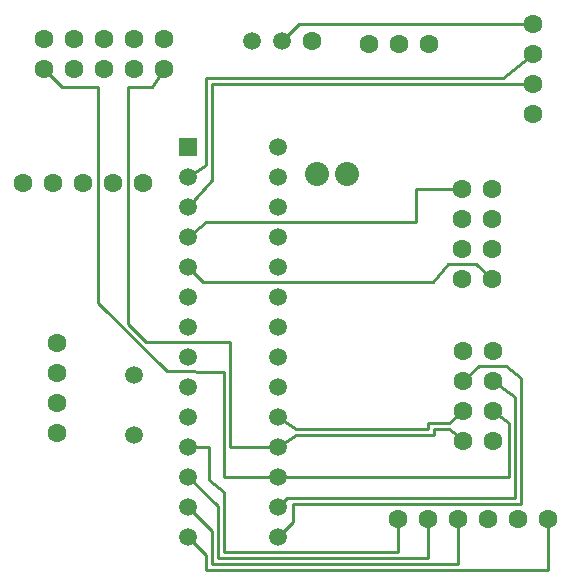
<source format=gbl>
G04 Layer: BottomLayer*
G04 EasyEDA v5.9.42, Fri, 19 Apr 2019 11:27:39 GMT*
G04 62b01817c26747bfa47cc5f7c73cc831*
G04 Gerber Generator version 0.2*
G04 Scale: 100 percent, Rotated: No, Reflected: No *
G04 Dimensions in millimeters *
G04 leading zeros omitted , absolute positions ,3 integer and 3 decimal *
%FSLAX33Y33*%
%MOMM*%
G90*
G71D02*

%ADD10C,0.254000*%
%ADD11C,2.032000*%
%ADD12C,1.499997*%
%ADD13R,1.499997X1.499997*%
%ADD14C,1.599997*%

%LPD*%
G54D10*
G01X16510Y33743D02*
G01X18034Y34759D01*
G01X18034Y42125D01*
G01X43180Y42120D01*
G01X45707Y44152D01*
G01X16510Y31203D02*
G01X18542Y33489D01*
G01X18542Y41617D01*
G01X45707Y41617D01*
G01X24130Y3263D02*
G01X25400Y4533D01*
G01X25400Y6057D01*
G01X44704Y6050D01*
G01X44704Y16652D01*
G01X43434Y17741D01*
G01X41148Y17741D01*
G01X39756Y16469D01*
G01X39756Y13929D02*
G01X38608Y12915D01*
G01X36830Y12915D01*
G01X36830Y12407D01*
G01X25654Y12407D01*
G01X24130Y13423D01*
G01X42296Y13929D02*
G01X43688Y12915D01*
G01X43688Y8343D01*
G01X24130Y8343D01*
G01X39756Y11389D02*
G01X40223Y11219D01*
G01X38608Y12407D01*
G01X37338Y12407D01*
G01X37338Y11899D01*
G01X25654Y11899D01*
G01X24130Y10883D01*
G01X39674Y32725D02*
G01X35814Y32727D01*
G01X35814Y29933D01*
G01X18034Y29933D01*
G01X16510Y28663D01*
G01X42214Y25105D02*
G01X40894Y26377D01*
G01X38496Y26377D01*
G01X37287Y24856D01*
G01X17780Y24853D01*
G01X16510Y26123D01*
G01X16510Y8343D02*
G01X16510Y8343D01*
G01X19050Y5854D01*
G01X19050Y1485D01*
G01X36830Y1485D01*
G01X36830Y4787D01*
G01X16510Y5803D02*
G01X18542Y3771D01*
G01X18542Y977D01*
G01X39370Y977D01*
G01X39370Y977D01*
G01X39370Y4787D01*
G01X16510Y3263D02*
G01X18034Y1739D01*
G01X18034Y469D01*
G01X46990Y469D01*
G01X46990Y4787D01*
G01X45707Y46691D02*
G01X25924Y46691D01*
G01X24442Y45209D01*
G01X42296Y16469D02*
G01X44196Y15067D01*
G01X44196Y6565D01*
G01X24892Y6565D01*
G01X24130Y5803D01*
G01X14478Y42880D02*
G01X13462Y41363D01*
G01X11430Y41363D01*
G01X11430Y21297D01*
G01X12954Y19773D01*
G01X20066Y19773D01*
G01X20066Y10883D01*
G01X24130Y10883D01*
G01X4318Y42880D02*
G01X5839Y41363D01*
G01X8890Y41363D01*
G01X8890Y23075D01*
G01X14721Y17244D01*
G01X19558Y17190D01*
G01X19558Y8343D01*
G01X24130Y8343D01*
G01X16510Y10883D02*
G01X18288Y10883D01*
G01X18288Y8089D01*
G01X19558Y7073D01*
G01X19558Y1993D01*
G01X34290Y1993D01*
G01X34290Y4787D01*
G54D11*
G01X29972Y33997D03*
G01X27391Y33997D03*
G54D12*
G01X11938Y16979D03*
G01X11938Y11899D03*
G01X24130Y3263D03*
G01X24130Y5803D03*
G01X24130Y8343D03*
G01X24130Y10883D03*
G01X24130Y13423D03*
G01X24130Y15963D03*
G01X24130Y18503D03*
G01X24130Y21043D03*
G01X24130Y23583D03*
G01X24130Y26123D03*
G01X24130Y28663D03*
G01X24130Y31203D03*
G01X24130Y33743D03*
G01X24130Y36283D03*
G01X16510Y3263D03*
G01X16510Y5803D03*
G01X16510Y8343D03*
G01X16510Y10883D03*
G01X16510Y13423D03*
G01X16510Y15963D03*
G01X16510Y18503D03*
G01X16510Y21043D03*
G01X16510Y23583D03*
G01X16510Y26123D03*
G01X16510Y28663D03*
G01X16510Y31203D03*
G01X16510Y33743D03*
G54D13*
G01X16510Y36283D03*
G54D14*
G01X45707Y41611D03*
G01X45707Y44151D03*
G01X45707Y39071D03*
G01X45707Y46691D03*
G01X39673Y30185D03*
G01X42213Y30185D03*
G01X39673Y27645D03*
G01X42213Y27645D03*
G01X39673Y25105D03*
G01X42213Y25105D03*
G01X39673Y32725D03*
G01X42213Y32725D03*
G01X39757Y16469D03*
G01X42297Y16469D03*
G01X39757Y13929D03*
G01X42297Y13929D03*
G01X39757Y11389D03*
G01X42297Y11389D03*
G01X39757Y19009D03*
G01X42297Y19009D03*
G01X26982Y45209D03*
G54D12*
G01X21902Y45209D03*
G01X24442Y45209D03*
G54D14*
G01X31865Y44955D03*
G01X34405Y44955D03*
G01X36945Y44955D03*
G01X5080Y33235D03*
G01X7620Y33235D03*
G01X10160Y33235D03*
G01X2540Y33235D03*
G01X12700Y33235D03*
G01X6858Y42879D03*
G01X6858Y45419D03*
G01X9398Y42879D03*
G01X9398Y45419D03*
G01X11938Y42879D03*
G01X11938Y45419D03*
G01X4318Y42879D03*
G01X4318Y45419D03*
G01X14478Y42879D03*
G01X14478Y45419D03*
G01X5427Y12062D03*
G01X5427Y14602D03*
G01X5427Y17142D03*
G01X5427Y19682D03*
G01X34290Y4787D03*
G01X36830Y4787D03*
G01X39370Y4787D03*
G01X41910Y4787D03*
G01X44450Y4787D03*
G01X46990Y4787D03*
M00*
M02*

</source>
